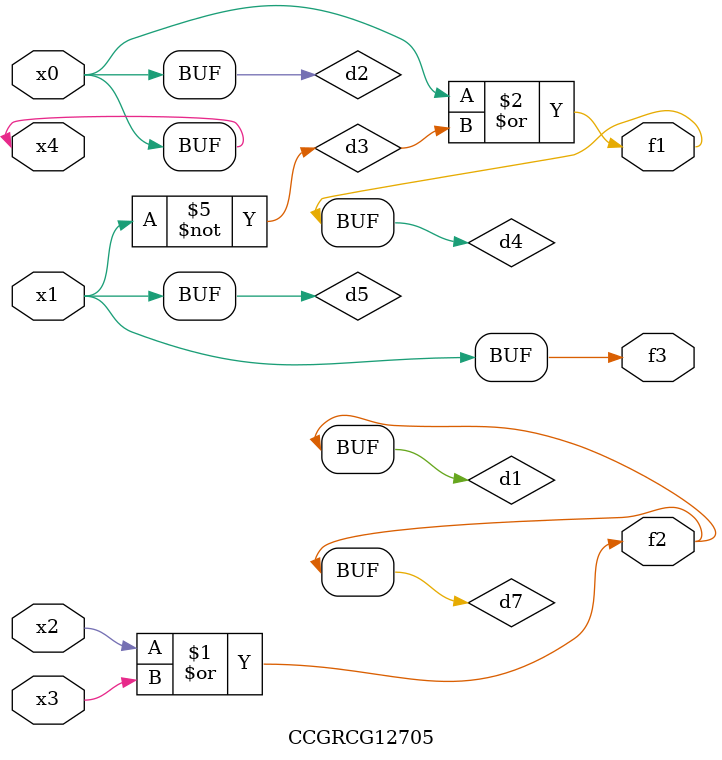
<source format=v>
module CCGRCG12705(
	input x0, x1, x2, x3, x4,
	output f1, f2, f3
);

	wire d1, d2, d3, d4, d5, d6, d7;

	or (d1, x2, x3);
	buf (d2, x0, x4);
	not (d3, x1);
	or (d4, d2, d3);
	not (d5, d3);
	nand (d6, d1, d3);
	or (d7, d1);
	assign f1 = d4;
	assign f2 = d7;
	assign f3 = d5;
endmodule

</source>
